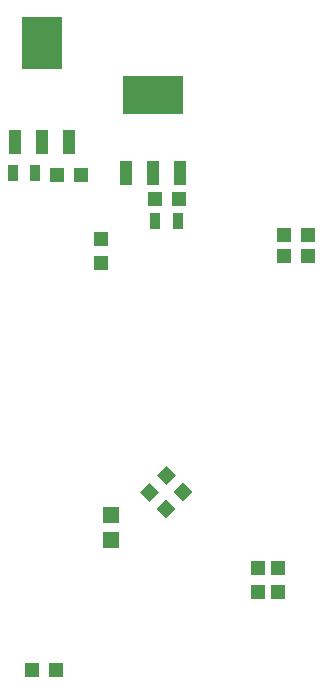
<source format=gbp>
G04 (created by PCBNEW (2013-07-07 BZR 4022)-stable) date 12/3/2013 2:23:43 AM*
%MOIN*%
G04 Gerber Fmt 3.4, Leading zero omitted, Abs format*
%FSLAX34Y34*%
G01*
G70*
G90*
G04 APERTURE LIST*
%ADD10C,0.00590551*%
%ADD11R,0.135X0.175*%
%ADD12R,0.04X0.08*%
%ADD13R,0.2X0.125*%
%ADD14R,0.055X0.055*%
%ADD15R,0.035X0.055*%
%ADD16R,0.045X0.045*%
G04 APERTURE END LIST*
G54D10*
G54D11*
X13100Y-10850D03*
G54D12*
X13100Y-14150D03*
X12200Y-14150D03*
X14000Y-14150D03*
G54D13*
X16800Y-12600D03*
G54D12*
X16800Y-15200D03*
X15900Y-15200D03*
X17700Y-15200D03*
G54D14*
X15400Y-27424D03*
X15400Y-26576D03*
G54D15*
X12875Y-15200D03*
X12125Y-15200D03*
X16875Y-16800D03*
X17625Y-16800D03*
G54D16*
X12750Y-31750D03*
X13550Y-31750D03*
X20280Y-28350D03*
X20280Y-29150D03*
X16850Y-16050D03*
X17650Y-16050D03*
X13600Y-15250D03*
X14400Y-15250D03*
X15050Y-17400D03*
X15050Y-18200D03*
X21150Y-17950D03*
X21950Y-17950D03*
G54D10*
G36*
X17782Y-25498D02*
X18101Y-25817D01*
X17782Y-26135D01*
X17464Y-25817D01*
X17782Y-25498D01*
X17782Y-25498D01*
G37*
G36*
X17217Y-26064D02*
X17535Y-26382D01*
X17217Y-26701D01*
X16898Y-26382D01*
X17217Y-26064D01*
X17217Y-26064D01*
G37*
G54D16*
X21150Y-17250D03*
X21950Y-17250D03*
G54D10*
G36*
X17232Y-24948D02*
X17551Y-25267D01*
X17232Y-25585D01*
X16914Y-25267D01*
X17232Y-24948D01*
X17232Y-24948D01*
G37*
G36*
X16667Y-25514D02*
X16985Y-25832D01*
X16667Y-26151D01*
X16348Y-25832D01*
X16667Y-25514D01*
X16667Y-25514D01*
G37*
G54D16*
X20960Y-28350D03*
X20960Y-29150D03*
M02*

</source>
